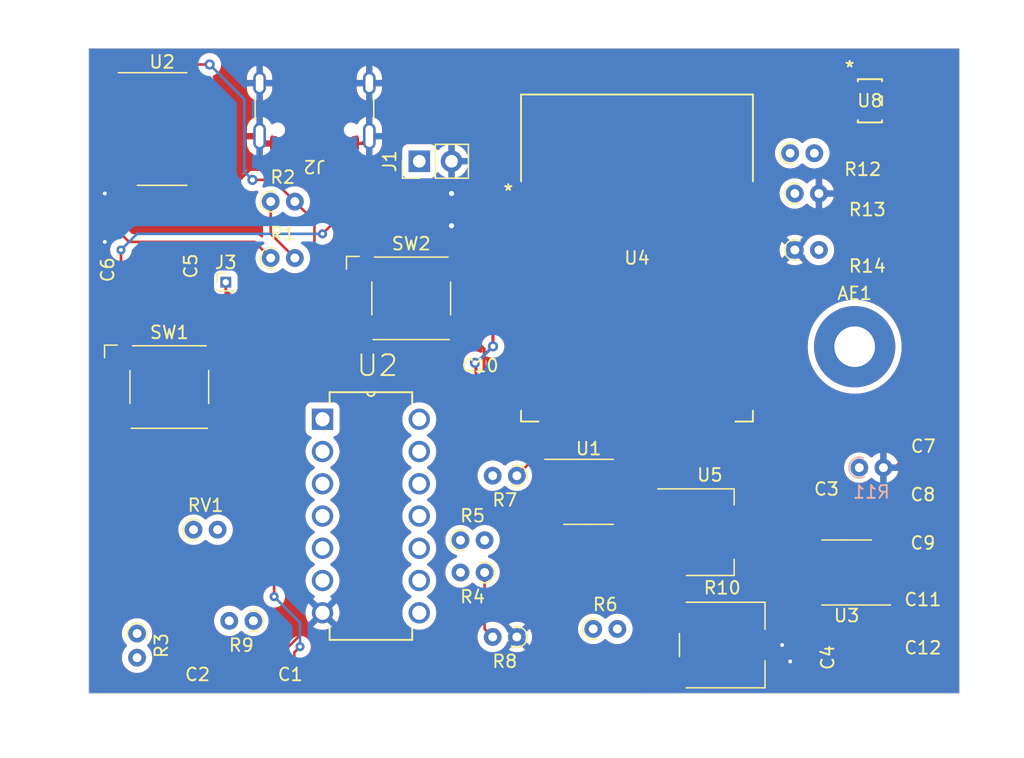
<source format=kicad_pcb>
(kicad_pcb (version 20221018) (generator pcbnew)
  (layers (0 "F.Cu" signal) (31 "B.Cu" signal) (34 "B.Paste" user) (35 "F.Paste" user) (36 "B.SilkS" user "B.Silkscreen") (37 "F.SilkS" user "F.Silkscreen") (38 "B.Mask" user) (39 "F.Mask" user) (44 "Edge.Cuts" user))
  (net 0 "")
  (net 1 "Net-(AE1-A)")
  (net 2 "GND")
  (net 3 "Net-(C2-Pad1)")
  (net 4 "Net-(U3-+)")
  (net 5 "Net-(C3-Pad2)")
  (net 6 "Net-(R1-Pad1)")
  (net 7 "Net-(R1-Pad2)")
  (net 8 "Net-(R3-Pad1)")
  (net 9 "Net-(U8-EN)")
  (net 10 "Net-(U4-3V3)")
  (net 11 "Net-(R6-Pad1)")
  (net 12 "Net-(J2-DN2)")
  (net 14 "Net-(J2-DP2)")
  (net 16 "Net-(U1-+)")
  (net 17 "Net-(R4-Pad2)")
  (net 18 "Net-(U1--)")
  (net 19 "Net-(U8-PG)")
  (net 23 "Net-(U2-Pad1)")
  (net 24 "Net-(U2-Pad5)")
  (net 26 "Net-(U3--)")
  (net 34 "+5V")
  (net 74 "Net-(J3-Pin_1)")
  (net 75 "Net-(U4-EN)")
  (net 76 "+3.3V")
  (net 77 "Net-(U4-GPIO0)")
  (net 78 "Net-(J2-CC1)")
  (net 79 "/D+")
  (net 80 "/D-")
  (net 81 "Net-(J2-CC2)")
  (footprint "Capacitor_SMD:C_0201_0603Metric" (layer "F.Cu") (at 97.79 97.155 -90)
    (fp_text reference "C5" (at 0 -1.05 90) (layer "F.SilkS"))
    (fp_text value "1uF")
    (pad "1" smd roundrect (at -0.32 0 270) (size 0.46 0.4) (layers "F.Cu" "F.Mask") (net 2 "GND"))
    (pad "2" smd roundrect (at 0.32 0 270) (size 0.46 0.4) (layers "F.Cu" "F.Mask") (net 9 "Net-(U8-EN)"))
  )
  (footprint "Capacitor_SMD:C_0201_0603Metric" (layer "F.Cu") (at 156.5 128.27)
    (fp_text reference "C12" (at 0 -1.05) (layer "F.SilkS"))
    (fp_text value "10uF")
    (pad "1" smd roundrect (at -0.32 0) (size 0.46 0.4) (layers "F.Cu" "F.Mask") (net 76 "+3.3V"))
    (pad "2" smd roundrect (at 0.32 0) (size 0.46 0.4) (layers "F.Cu" "F.Mask") (net 2 "GND"))
  )
  (footprint "Capacitor_SMD:C_0201_0603Metric" (layer "F.Cu") (at 156.5 116.205)
    (fp_text reference "C8" (at 0 -1.05) (layer "F.SilkS"))
    (fp_text value "1uF")
    (pad "1" smd roundrect (at -0.32 0) (size 0.46 0.4) (layers "F.Cu" "F.Mask") (net 2 "GND"))
    (pad "2" smd roundrect (at 0.32 0) (size 0.46 0.4) (layers "F.Cu" "F.Mask") (net 76 "+3.3V"))
  )
  (footprint "Resistor_THT:R_Axial_DIN0204_L3.6mm_D1.6mm_P1.90mm_Vertical" (layer "F.Cu") (at 124.525 126.365 180)
    (fp_text reference "R8" (at 0.95 -1.92) (layer "F.SilkS"))
    (fp_text value "10k")
    (pad "1" thru_hole circle (at 0 0 180) (size 1.4 1.4) (drill 0.7) (layers "*.Cu" "*.Mask") (net 2 "GND"))
    (pad "2" thru_hole oval (at 1.9 0 180) (size 1.4 1.4) (drill 0.7) (layers "*.Cu" "*.Mask") (net 16 "Net-(U1-+)"))
  )
  (footprint "Capacitor_SMD:C_0201_0603Metric" (layer "F.Cu") (at 99.375 128.27 180)
    (fp_text reference "C2" (at 0 -1.05) (layer "F.SilkS"))
    (fp_text value "100pF")
    (pad "1" smd roundrect (at -0.32 0 180) (size 0.46 0.4) (layers "F.Cu" "F.Mask") (net 3 "Net-(C2-Pad1)"))
    (pad "2" smd roundrect (at 0.32 0 180) (size 0.46 0.4) (layers "F.Cu" "F.Mask") (net 2 "GND"))
  )
  (footprint "Resistor_THT:R_Axial_DIN0204_L3.6mm_D1.6mm_P1.90mm_Vertical" (layer "F.Cu") (at 120.085 118.745)
    (fp_text reference "R5" (at 0.95 -1.92) (layer "F.SilkS"))
    (fp_text value "10k")
    (pad "1" thru_hole circle (at 0 0) (size 1.4 1.4) (drill 0.7) (layers "*.Cu" "*.Mask") (net 6 "Net-(R1-Pad1)"))
    (pad "2" thru_hole oval (at 1.9 0) (size 1.4 1.4) (drill 0.7) (layers "*.Cu" "*.Mask") (net 18 "Net-(U1--)"))
  )
  (footprint "Capacitor_SMD:C_0201_0603Metric" (layer "F.Cu") (at 148.91 113.665 180)
    (fp_text reference "C3" (at 0 -1.05) (layer "F.SilkS"))
    (fp_text value "4.7uF")
    (pad "1" smd roundrect (at -0.32 0 180) (size 0.46 0.4) (layers "F.Cu" "F.Mask") (net 26 "Net-(U3--)"))
    (pad "2" smd roundrect (at 0.32 0 180) (size 0.46 0.4) (layers "F.Cu" "F.Mask") (net 5 "Net-(C3-Pad2)"))
  )
  (footprint "Connector_PinHeader_1.00mm:PinHeader_1x01_P1.00mm_Vertical" (layer "F.Cu") (at 101.6 98.425)
    (fp_text reference "J3" (at 0 -1.56) (layer "F.SilkS"))
    (fp_text value "Conn_01x01_Pin")
    (pad "1" thru_hole rect (at 0 0) (size 0.85 0.85) (drill 0.5) (layers "*.Cu" "*.Mask") (net 1 "Net-(AE1-A)"))
  )
  (footprint "Capacitor_SMD:C_0201_0603Metric" (layer "F.Cu") (at 106.68 128.27 180)
    (fp_text reference "C1" (at 0 -1.05) (layer "F.SilkS"))
    (fp_text value "100pF")
    (pad "1" smd roundrect (at -0.32 0 180) (size 0.46 0.4) (layers "F.Cu" "F.Mask") (net 1 "Net-(AE1-A)"))
    (pad "2" smd roundrect (at 0.32 0 180) (size 0.46 0.4) (layers "F.Cu" "F.Mask") (net 2 "GND"))
  )
  (footprint "Resistor_THT:R_Axial_DIN0204_L3.6mm_D1.6mm_P1.90mm_Vertical" (layer "F.Cu") (at 130.54 125.73)
    (fp_text reference "R6" (at 0.95 -1.92) (layer "F.SilkS"))
    (fp_text value "6.8k")
    (pad "1" thru_hole circle (at 0 0) (size 1.4 1.4) (drill 0.7) (layers "*.Cu" "*.Mask") (net 11 "Net-(R6-Pad1)"))
    (pad "2" thru_hole oval (at 1.9 0) (size 1.4 1.4) (drill 0.7) (layers "*.Cu" "*.Mask") (net 5 "Net-(C3-Pad2)"))
  )
  (footprint "HEF4093BP_652:DIP254P762X420-14" (layer "F.Cu") (at 116.84 124.46)
    (fp_text reference "U2" (at -3.30462 -19.47193) (layer "F.SilkS") (effects (font (size 1.641307 1.641307))))
    (fp_text value "HEF4093B")
    (pad "1" thru_hole rect (at -7.62 -15.24) (size 1.6764 1.6764) (drill 1.1176) (layers "*.Cu" "*.Mask") (net 23 "Net-(U2-Pad1)"))
    (pad "2" thru_hole circle (at -7.62 -12.7) (size 1.6764 1.6764) (drill 1.1176) (layers "*.Cu" "*.Mask") (net 74 "Net-(J3-Pin_1)"))
    (pad "3" thru_hole circle (at -7.62 -10.16) (size 1.6764 1.6764) (drill 1.1176) (layers "*.Cu" "*.Mask") (net 6 "Net-(R1-Pad1)"))
    (pad "4" thru_hole circle (at -7.62 -7.62) (size 1.6764 1.6764) (drill 1.1176) (layers "*.Cu" "*.Mask") (net 17 "Net-(R4-Pad2)"))
    (pad "5" thru_hole circle (at -7.62 -5.08) (size 1.6764 1.6764) (drill 1.1176) (layers "*.Cu" "*.Mask") (net 24 "Net-(U2-Pad5)"))
    (pad "6" thru_hole circle (at -7.62 -2.54) (size 1.6764 1.6764) (drill 1.1176) (layers "*.Cu" "*.Mask") (net 3 "Net-(C2-Pad1)"))
    (pad "7" thru_hole circle (at -7.62 0) (size 1.6764 1.6764) (drill 1.1176) (layers "*.Cu" "*.Mask") (net 2 "GND"))
    (pad "8" thru_hole circle (at 0 0) (size 1.6764 1.6764) (drill 1.1176) (layers "*.Cu" "*.Mask"))
    (pad "9" thru_hole circle (at 0 -2.54) (size 1.6764 1.6764) (drill 1.1176) (layers "*.Cu" "*.Mask"))
    (pad "10" thru_hole circle (at 0 -5.08) (size 1.6764 1.6764) (drill 1.1176) (layers "*.Cu" "*.Mask"))
    (pad "11" thru_hole circle (at 0 -7.62) (size 1.6764 1.6764) (drill 1.1176) (layers "*.Cu" "*.Mask"))
    (pad "12" thru_hole circle (at 0 -10.16) (size 1.6764 1.6764) (drill 1.1176) (layers "*.Cu" "*.Mask"))
    (pad "13" thru_hole circle (at 0 -12.7) (size 1.6764 1.6764) (drill 1.1176) (layers "*.Cu" "*.Mask"))
    (pad "14" thru_hole circle (at 0 -15.24) (size 1.6764 1.6764) (drill 1.1176) (layers "*.Cu" "*.Mask") (net 34 "+5V"))
  )
  (footprint "Resistor_THT:R_Axial_DIN0204_L3.6mm_D1.6mm_P1.90mm_Vertical" (layer "F.Cu") (at 99.06 117.915)
    (fp_text reference "RV1" (at 0.95 -1.92) (layer "F.SilkS"))
    (fp_text value "10k")
    (pad "1" thru_hole circle (at 0 0) (size 1.4 1.4) (drill 0.7) (layers "*.Cu" "*.Mask") (net 8 "Net-(R3-Pad1)"))
    (pad "2" thru_hole oval (at 1.9 0) (size 1.4 1.4) (drill 0.7) (layers "*.Cu" "*.Mask") (net 17 "Net-(R4-Pad2)"))
  )
  (footprint "MountingHole:MountingHole_3.2mm_M3_Pad" (layer "F.Cu") (at 151.13 103.505)
    (fp_text reference "AE1" (at 0 -4.2) (layer "F.SilkS"))
    (fp_text value "Antenna")
    (pad "1" thru_hole circle (at 0 0) (size 6.4 6.4) (drill 3.2) (layers "*.Cu" "*.Mask") (net 1 "Net-(AE1-A)"))
  )
  (footprint "Resistor_THT:R_Axial_DIN0204_L3.6mm_D1.6mm_P1.90mm_Vertical" (layer "F.Cu") (at 146.415 91.44)
    (fp_text reference "R13" (at 5.71 1.27) (layer "F.SilkS"))
    (fp_text value "5.1 k")
    (pad "1" thru_hole circle (at 0 0) (size 1.4 1.4) (drill 0.7) (layers "*.Cu" "*.Mask") (net 78 "Net-(J2-CC1)"))
    (pad "2" thru_hole oval (at 1.9 0) (size 1.4 1.4) (drill 0.7) (layers "*.Cu" "*.Mask") (net 2 "GND"))
  )
  (footprint "Potentiometer_SMD:Potentiometer_ACP_CA6-VSMD_Vertical" (layer "F.Cu") (at 140.7 127)
    (fp_text reference "R10" (at 0 -4.5) (layer "F.SilkS"))
    (fp_text value "R_Trim")
    (pad "1" smd rect (at -4.325 2.15) (size 2.5 2) (layers "F.Cu" "F.Paste" "F.Mask") (net 5 "Net-(C3-Pad2)"))
    (pad "2" smd rect (at 4.325 0) (size 2.5 2) (layers "F.Cu" "F.Paste" "F.Mask") (net 2 "GND"))
    (pad "3" smd rect (at -4.325 -2.15) (size 2.5 2) (layers "F.Cu" "F.Paste" "F.Mask"))
  )
  (footprint "Connector_PinHeader_2.54mm:PinHeader_1x02_P2.54mm_Vertical" (layer "F.Cu") (at 116.84 88.9 90)
    (fp_text reference "J1" (at 0 -2.33 90) (layer "F.SilkS"))
    (fp_text value "Conn_01x02_Pin")
    (pad "1" thru_hole rect (at 0 0 90) (size 1.7 1.7) (drill 1) (layers "*.Cu" "*.Mask") (net 34 "+5V"))
    (pad "2" thru_hole oval (at 0 2.54 90) (size 1.7 1.7) (drill 1) (layers "*.Cu" "*.Mask") (net 2 "GND"))
  )
  (footprint "Resistor_THT:R_Axial_DIN0204_L3.6mm_D1.6mm_P1.90mm_Vertical" (layer "F.Cu") (at 103.775 125.095 180)
    (fp_text reference "R9" (at 0.95 -1.92) (layer "F.SilkS"))
    (fp_text value "100k")
    (pad "1" thru_hole circle (at 0 0 180) (size 1.4 1.4) (drill 0.7) (layers "*.Cu" "*.Mask") (net 19 "Net-(U8-PG)"))
    (pad "2" thru_hole oval (at 1.9 0 180) (size 1.4 1.4) (drill 0.7) (layers "*.Cu" "*.Mask") (net 10 "Net-(U4-3V3)"))
  )
  (footprint "Capacitor_SMD:C_0201_0603Metric" (layer "F.Cu") (at 156.5 124.475)
    (fp_text reference "C11" (at 0 -1.05) (layer "F.SilkS"))
    (fp_text value "100nF")
    (pad "1" smd roundrect (at -0.32 0) (size 0.46 0.4) (layers "F.Cu" "F.Mask") (net 34 "+5V"))
    (pad "2" smd roundrect (at 0.32 0) (size 0.46 0.4) (layers "F.Cu" "F.Mask") (net 2 "GND"))
  )
  (footprint "Package_SO:SOIC-8_3.9x4.9mm_P1.27mm" (layer "F.Cu") (at 130.175 114.935)
    (fp_text reference "U1" (at 0 -3.4) (layer "F.SilkS"))
    (fp_text value "AD8001AR")
    (pad "1" smd roundrect (at -2.475 -1.905) (size 1.95 0.6) (layers "F.Cu" "F.Paste" "F.Mask"))
    (pad "2" smd roundrect (at -2.475 -0.635) (size 1.95 0.6) (layers "F.Cu" "F.Paste" "F.Mask") (net 18 "Net-(U1--)"))
    (pad "3" smd roundrect (at -2.475 0.635) (size 1.95 0.6) (layers "F.Cu" "F.Paste" "F.Mask") (net 16 "Net-(U1-+)"))
    (pad "4" smd roundrect (at -2.475 1.905) (size 1.95 0.6) (layers "F.Cu" "F.Paste" "F.Mask") (net 2 "GND"))
    (pad "5" smd roundrect (at 2.475 1.905) (size 1.95 0.6) (layers "F.Cu" "F.Paste" "F.Mask"))
    (pad "6" smd roundrect (at 2.475 0.635) (size 1.95 0.6) (layers "F.Cu" "F.Paste" "F.Mask") (net 11 "Net-(R6-Pad1)"))
    (pad "7" smd roundrect (at 2.475 -0.635) (size 1.95 0.6) (layers "F.Cu" "F.Paste" "F.Mask") (net 34 "+5V"))
    (pad "8" smd roundrect (at 2.475 -1.905) (size 1.95 0.6) (layers "F.Cu" "F.Paste" "F.Mask"))
  )
  (footprint "Resistor_THT:R_Axial_DIN0204_L3.6mm_D1.6mm_P1.90mm_Vertical" (layer "F.Cu") (at 121.985 121.285 180)
    (fp_text reference "R4" (at 0.95 -1.92) (layer "F.SilkS"))
    (fp_text value "10k")
    (pad "1" thru_hole circle (at 0 0 180) (size 1.4 1.4) (drill 0.7) (layers "*.Cu" "*.Mask") (net 16 "Net-(U1-+)"))
    (pad "2" thru_hole oval (at 1.9 0 180) (size 1.4 1.4) (drill 0.7) (layers "*.Cu" "*.Mask") (net 17 "Net-(R4-Pad2)"))
  )
  (footprint "Button_Switch_SMD:SW_SPST_Omron_B3FS-100xP" (layer "F.Cu") (at 116.205 99.695)
    (fp_text reference "SW2" (at 0 -4.3) (layer "F.SilkS"))
    (fp_text value "Boot")
    (pad "1" smd rect (at -4 -2.25 180) (size 1.6 1.4) (layers "F.Cu" "F.Paste" "F.Mask") (net 77 "Net-(U4-GPIO0)"))
    (pad "1" smd rect (at 4 -2.25 180) (size 1.6 1.4) (layers "F.Cu" "F.Paste" "F.Mask") (net 77 "Net-(U4-GPIO0)"))
    (pad "2" smd rect (at -4 2.25 180) (size 1.6 1.4) (layers "F.Cu" "F.Paste" "F.Mask") (net 2 "GND"))
    (pad "2" smd rect (at 4 2.25 180) (size 1.6 1.4) (layers "F.Cu" "F.Paste" "F.Mask") (net 2 "GND"))
  )
  (footprint "Resistor_THT:R_Axial_DIN0204_L3.6mm_D1.6mm_P1.90mm_Vertical" (layer "F.Cu") (at 94.615 126.095 -90)
    (fp_text reference "R3" (at 0.95 -1.92 90) (layer "F.SilkS"))
    (fp_text value "10k")
    (pad "1" thru_hole circle (at 0 0 270) (size 1.4 1.4) (drill 0.7) (layers "*.Cu" "*.Mask") (net 8 "Net-(R3-Pad1)"))
    (pad "2" thru_hole oval (at 1.9 0 270) (size 1.4 1.4) (drill 0.7) (layers "*.Cu" "*.Mask") (net 3 "Net-(C2-Pad1)"))
  )
  (footprint "Connector_USB:USB_C_Receptacle_GCT_USB4105-xx-A_16P_TopMnt_Horizontal" (layer "F.Cu") (at 108.585 83.82 180)
    (fp_text reference "J2" (at 0 -5.5 180 unlocked) (layer "F.SilkS"))
    (fp_text value "USB_C_Receptacle_USB2.0")
    (pad "" np_thru_hole circle (at -2.89 -2.605 180) (size 0.65 0.65) (drill 0.65) (layers "F&B.Cu" "*.Mask"))
    (pad "" np_thru_hole circle (at 2.89 -2.605 180) (size 0.65 0.65) (drill 0.65) (layers "F&B.Cu" "*.Mask"))
    (pad "A1" smd roundrect (at -3.2 -3.68 180) (size 0.6 1.15) (layers "F.Cu" "F.Paste" "F.Mask") (net 2 "GND"))
    (pad "A4" smd roundrect (at -2.4 -3.68 180) (size 0.6 1.15) (layers "F.Cu" "F.Paste" "F.Mask") (net 34 "+5V"))
    (pad "A5" smd roundrect (at -1.25 -3.68 180) (size 0.3 1.15) (layers "F.Cu" "F.Paste" "F.Mask") (net 78 "Net-(J2-CC1)"))
    (pad "A6" smd roundrect (at -0.25 -3.68 180) (size 0.3 1.15) (layers "F.Cu" "F.Paste" "F.Mask") (net 79 "/D+"))
    (pad "A7" smd roundrect (at 0.25 -3.68 180) (size 0.3 1.15) (layers "F.Cu" "F.Paste" "F.Mask") (net 80 "/D-"))
    (pad "A8" smd roundrect (at 1.25 -3.68 180) (size 0.3 1.15) (layers "F.Cu" "F.Paste" "F.Mask"))
    (pad "A9" smd roundrect (at 2.4 -3.68 180) (size 0.6 1.15) (layers "F.Cu" "F.Paste" "F.Mask") (net 34 "+5V"))
    (pad "A12" smd roundrect (at 3.2 -3.68 180) (size 0.6 1.15) (layers "F.Cu" "F.Paste" "F.Mask") (net 2 "GND"))
    (pad "B1" smd roundrect (at 3.2 -3.68 180) (size 0.6 1.15) (layers "F.Cu" "F.Paste" "F.Mask") (net 2 "GND"))
    (pad "B4" smd roundrect (at 2.4 -3.68 180) (size 0.6 1.15) (layers "F.Cu" "F.Paste" "F.Mask") (net 34 "+5V"))
    (pad "B5" smd roundrect (at 1.75 -3.68 180) (size 0.3 1.15) (layers "F.Cu" "F.Paste" "F.Mask") (net 81 "Net-(J2-CC2)"))
    (pad "B6" smd roundrect (at 0.75 -3.68 180) (size 0.3 1.15) (layers "F.Cu" "F.Paste" "F.Mask") (net 79 "/D+"))
    (pad "B7" smd roundrect (at -0.75 -3.68 180) (size 0.3 1.15) (layers "F.Cu" "F.Paste" "F.Mask") (net 80 "/D-"))
    (pad "B8" smd roundrect (at -1.75 -3.68 180) (size 0.3 1.15) (layers "F.Cu" "F.Paste" "F.Mask"))
    (pad "B9" smd roundrect (at -2.4 -3.68 180) (size 0.6 1.15) (layers "F.Cu" "F.Paste" "F.Mask") (net 34 "+5V"))
    (pad "B12" smd roundrect (at -3.2 -3.68 180) (size 0.6 1.15) (layers "F.Cu" "F.Paste" "F.Mask") (net 2 "GND"))
    (pad "S1" thru_hole oval (at -4.32 -3.105 180) (size 1 2.1) (drill oval 0.6 1.7) (layers "*.Cu" "*.Mask" "F.Paste") (net 2 "GND"))
    (pad "S1" thru_hole oval (at -4.32 1.075 180) (size 1 1.8) (drill oval 0.6 1.4) (layers "*.Cu" "*.Mask" "F.Paste") (net 2 "GND"))
    (pad "S1" thru_hole oval (at 4.32 -3.105 180) (size 1 2.1) (drill oval 0.6 1.7) (layers "*.Cu" "*.Mask" "F.Paste") (net 2 "GND"))
    (pad "S1" thru_hole oval (at 4.32 1.075 180) (size 1 1.8) (drill oval 0.6 1.4) (layers "*.Cu" "*.Mask" "F.Paste") (net 2 "GND"))
  )
  (footprint "Capacitor_SMD:C_0201_0603Metric" (layer "F.Cu") (at 156.53 112.395)
    (fp_text reference "C7" (at 0 -1.05) (layer "F.SilkS"))
    (fp_text value ".1uF")
    (pad "1" smd roundrect (at -0.32 0) (size 0.46 0.4) (layers "F.Cu" "F.Mask") (net 2 "GND"))
    (pad "2" smd roundrect (at 0.32 0) (size 0.46 0.4) (layers "F.Cu" "F.Mask") (net 75 "Net-(U4-EN)"))
  )
  (footprint "Capacitor_SMD:C_0201_0603Metric" (layer "F.Cu") (at 156.5 120.015)
    (fp_text reference "C9" (at 0 -1.05) (layer "F.SilkS"))
    (fp_text value ".1uF")
    (pad "1" smd roundrect (at -0.32 0) (size 0.46 0.4) (layers "F.Cu" "F.Mask") (net 2 "GND"))
    (pad "2" smd roundrect (at 0.32 0) (size 0.46 0.4) (layers "F.Cu" "F.Mask") (net 76 "+3.3V"))
  )
  (footprint "Package_SO:SOIC-8_3.9x4.9mm_P1.27mm" (layer "F.Cu") (at 150.495 121.285 180)
    (fp_text reference "U3" (at 0 -3.4) (layer "F.SilkS"))
    (fp_text value "AD8001AR")
    (pad "1" smd roundrect (at -2.475 -1.905 180) (size 1.95 0.6) (layers "F.Cu" "F.Paste" "F.Mask"))
    (pad "2" smd roundrect (at -2.475 -0.635 180) (size 1.95 0.6) (layers "F.Cu" "F.Paste" "F.Mask") (net 26 "Net-(U3--)"))
    (pad "3" smd roundrect (at -2.475 0.635 180) (size 1.95 0.6) (layers "F.Cu" "F.Paste" "F.Mask") (net 4 "Net-(U3-+)"))
    (pad "4" smd roundrect (at -2.475 1.905 180) (size 1.95 0.6) (layers "F.Cu" "F.Paste" "F.Mask") (net 2 "GND"))
    (pad "5" smd roundrect (at 2.475 1.905 180) (size 1.95 0.6) (layers "F.Cu" "F.Paste" "F.Mask"))
    (pad "6" smd roundrect (at 2.475 0.635 180) (size 1.95 0.6) (layers "F.Cu" "F.Paste" "F.Mask") (net 4 "Net-(U3-+)"))
    (pad "7" smd roundrect (at 2.475 -0.635 180) (size 1.95 0.6) (layers "F.Cu" "F.Paste" "F.Mask") (net 34 "+5V"))
    (pad "8" smd roundrect (at 2.475 -1.905 180) (size 1.95 0.6) (layers "F.Cu" "F.Paste" "F.Mask"))
  )
  (footprint "Resistor_THT:R_Axial_DIN0204_L3.6mm_D1.6mm_P1.90mm_Vertical" (layer "F.Cu") (at 105.14 92.075)
    (fp_text reference "R2" (at 0.95 -1.92) (layer "F.SilkS"))
    (fp_text value "5.1k")
    (pad "1" thru_hole circle (at 0 0) (size 1.4 1.4) (drill 0.7) (layers "*.Cu" "*.Mask") (net 7 "Net-(R1-Pad2)"))
    (pad "2" thru_hole oval (at 1.9 0) (size 1.4 1.4) (drill 0.7) (layers "*.Cu" "*.Mask") (net 1 "Net-(AE1-A)"))
  )
  (footprint "Capacitor_SMD:C_0201_0603Metric" (layer "F.Cu") (at 93.345 97.445 90)
    (fp_text reference "C6" (at 0 -1.05 90) (layer "F.SilkS"))
    (fp_text value "1uF")
    (pad "1" smd roundrect (at -0.32 0 90) (size 0.46 0.4) (layers "F.Cu" "F.Mask") (net 2 "GND"))
    (pad "2" smd roundrect (at 0.32 0 90) (size 0.46 0.4) (layers "F.Cu" "F.Mask") (net 10 "Net-(U4-3V3)"))
  )
  (footprint "Resistor_THT:R_Axial_DIN0204_L3.6mm_D1.6mm_P1.90mm_Vertical" (layer "F.Cu") (at 105.14 96.52)
    (fp_text reference "R1" (at 0.95 -1.92) (layer "F.SilkS"))
    (fp_text value "10k")
    (pad "1" thru_hole circle (at 0 0) (size 1.4 1.4) (drill 0.7) (layers "*.Cu" "*.Mask") (net 6 "Net-(R1-Pad1)"))
    (pad "2" thru_hole oval (at 1.9 0) (size 1.4 1.4) (drill 0.7) (layers "*.Cu" "*.Mask") (net 7 "Net-(R1-Pad2)"))
  )
  (footprint "Button_Switch_SMD:SW_SPST_Omron_B3FS-100xP" (layer "F.Cu") (at 97.155 106.68)
    (fp_text reference "SW1" (at 0 -4.3) (layer "F.SilkS"))
    (fp_text value "Reset")
    (pad "1" smd rect (at -4 -2.25 180) (size 1.6 1.4) (layers "F.Cu" "F.Paste" "F.Mask") (net 2 "GND"))
    (pad "1" smd rect (at 4 -2.25 180) (size 1.6 1.4) (layers "F.Cu" "F.Paste" "F.Mask") (net 2 "GND"))
    (pad "2" smd rect (at -4 2.25 180) (size 1.6 1.4) (layers "F.Cu" "F.Paste" "F.Mask") (net 75 "Net-(U4-EN)"))
    (pad "2" smd rect (at 4 2.25 180) (size 1.6 1.4) (layers "F.Cu" "F.Paste" "F.Mask") (net 75 "Net-(U4-EN)"))
  )
  (footprint "Package_SO:SOIC-14_3.9x8.7mm_P1.27mm" (layer "F.Cu") (at 96.585 86.36)
    (fp_text reference "U2" (at 0 -5.28) (layer "F.SilkS"))
    (fp_text value "HEF4093B")
    (pad "1" smd roundrect (at -2.475 -3.81) (size 1.95 0.6) (layers "F.Cu" "F.Paste" "F.Mask") (net 34 "+5V"))
    (pad "2" smd roundrect (at -2.475 -2.54) (size 1.95 0.6) (layers "F.Cu" "F.Paste" "F.Mask") (net 1 "Net-(AE1-A)"))
    (pad "3" smd roundrect (at -2.475 -1.27) (size 1.95 0.6) (layers "F.Cu" "F.Paste" "F.Mask") (net 6 "Net-(R1-Pad1)"))
    (pad "4" smd roundrect (at -2.475 0) (size 1.95 0.6) (layers "F.Cu" "F.Paste" "F.Mask") (net 17 "Net-(R4-Pad2)"))
    (pad "5" smd roundrect (at -2.475 1.27) (size 1.95 0.6) (layers "F.Cu" "F.Paste" "F.Mask") (net 34 "+5V"))
    (pad "6" smd roundrect (at -2.475 2.54) (size 1.95 0.6) (layers "F.Cu" "F.Paste" "F.Mask") (net 3 "Net-(C2-Pad1)"))
    (pad "7" smd roundrect (at -2.475 3.81) (size 1.95 0.6) (layers "F.Cu" "F.Paste" "F.Mask") (net 2 "GND"))
    (pad "8" smd roundrect (at 2.475 3.81) (size 1.95 0.6) (layers "F.Cu" "F.Paste" "F.Mask"))
    (pad "9" smd roundrect (at 2.475 2.54) (size 1.95 0.6) (layers "F.Cu" "F.Paste" "F.Mask"))
    (pad "10" smd roundrect (at 2.475 1.27) (size 1.95 0.6) (layers "F.Cu" "F.Paste" "F.Mask"))
    (pad "11" smd roundrect (at 2.475 0) (size 1.95 0.6) (layers "F.Cu" "F.Paste" "F.Mask"))
    (pad "12" smd roundrect (at 2.475 -1.27) (size 1.95 0.6) (layers "F.Cu" "F.Paste" "F.Mask"))
    (pad "13" smd roundrect (at 2.475 -2.54) (size 1.95 0.6) (layers "F.Cu" "F.Paste" "F.Mask"))
    (pad "14" smd roundrect (at 2.475 -3.81) (size 1.95 0.6) (layers "F.Cu" "F.Paste" "F.Mask") (net 34 "+5V"))
  )
  (footprint "Resistor_THT:R_Axial_DIN0204_L3.6mm_D1.6mm_P1.90mm_Vertical" (layer "F.Cu") (at 146.05 88.265)
    (fp_text reference "R12" (at 5.71 1.27) (layer "F.SilkS"))
    (fp_text value "10k")
    (pad "1" thru_hole circle (at 0 0) (size 1.4 1.4) (drill 0.7) (layers "*.Cu" "*.Mask") (net 76 "+3.3V"))
    (pad "2" thru_hole oval (at 1.9 0) (size 1.4 1.4) (drill 0.7) (layers "*.Cu" "*.Mask") (net 75 "Net-(U4-EN)"))
  )
  (footprint "Resistor_THT:R_Axial_DIN0204_L3.6mm_D1.6mm_P1.90mm_Vertical" (layer "F.Cu") (at 124.525 113.665 180)
    (fp_text reference "R7" (at 0.95 -1.92) (layer "F.SilkS"))
    (fp_text value "10k")
    (pad "1" thru_hole circle (at 0 0 180) (size 1.4 1.4) (drill 0.7) (layers "*.Cu" "*.Mask") (net 11 "Net-(R6-Pad1)"))
    (pad "2" thru_hole oval (at 1.9 0 180) (size 1.4 1.4) (drill 0.7) (layers "*.Cu" "*.Mask") (net 18 "Net-(U1--)"))
  )
  (footprint "esp32:MOD41_ESP32-S2-SOLO_EXP" (layer "F.Cu") (at 133.985 96.52)
    (fp_text reference "U4" (at 0 0 unlocked) (layer "F.SilkS"))
    (fp_text value "ESP32-S2-SOLO-N4R2")
    (fp_text user "*" (at -10.1343 -5.26) (layer "F.SilkS"))
    (fp_text user "*" (at -10.1343 -5.26 unlocked) (layer "F.SilkS"))
    (pad "1" smd rect (at -8.75 -5.26) (size 1.4986 0.889) (layers "F.Cu" "F.Paste" "F.Mask") (net 2 "GND"))
    (pad "2" smd rect (at -8.75 -3.99) (size 1.4986 0.889) (layers "F.Cu" "F.Paste" "F.Mask") (net 10 "Net-(U4-3V3)"))
    (pad "3" smd rect (at -8.75 -2.72) (size 1.4986 0.889) (layers "F.Cu" "F.Paste" "F.Mask"))
    (pad "4" smd rect (at -8.75 -1.45) (size 1.4986 0.889) (layers "F.Cu" "F.Paste" "F.Mask"))
    (pad "5" smd rect (at -8.75 -0.18) (size 1.4986 0.889) (layers "F.Cu" "F.Paste" "F.Mask") (net 26 "Net-(U3--)"))
    (pad "6" smd rect (at -8.75 1.09) (size 1.4986 0.889) (layers "F.Cu" "F.Paste" "F.Mask"))
    (pad "7" smd rect (at -8.75 2.36) (size 1.4986 0.889) (layers "F.Cu" "F.Paste" "F.Mask"))
    (pad "8" smd rect (at -8.75 3.63) (size 1.4986 0.889) (layers "F.Cu" "F.Paste" "F.Mask"))
    (pad "9" smd rect (at -8.75 4.9) (size 1.4986 0.889) (layers "F.Cu" "F.Paste" "F.Mask"))
    (pad "10" smd rect (at -8.75 6.17) (size 1.4986 0.889) (layers "F.Cu" "F.Paste" "F.Mask"))
    (pad "11" smd rect (at -8.75 7.44) (size 1.4986 0.889) (layers "F.Cu" "F.Paste" "F.Mask"))
    (pad "12" smd rect (at -8.75 8.71) (size 1.4986 0.889) (layers "F.Cu" "F.Paste" "F.Mask"))
    (pad "13" smd rect (at -8.75 9.98) (size 1.4986 0.889) (layers "F.Cu" "F.Paste" "F.Mask") (net 12 "Net-(J2-DN2)"))
    (pad "14" smd rect (at -8.75 11.25) (size 1.4986 0.889) (layers "F.Cu" "F.Paste" "F.Mask") (net 14 "Net-(J2-DP2)"))
    (pad "15" smd rect (at -6.985 12.5 90) (size 1.4986 0.889) (layers "F.Cu" "F.Paste" "F.Mask"))
    (pad "16" smd rect (at -5.715 12.5 90) (size 1.4986 0.889) (layers "F.Cu" "F.Paste" "F.Mask"))
    (pad "17" smd rect (at -4.445 12.5 90) (size 1.4986 0.889) (layers "F.Cu" "F.Paste" "F.Mask"))
    (pad "18" smd rect (at -3.175 12.5 90) (size 1.4986 0.889) (layers "F.Cu" "F.Paste" "F.Mask"))
    (pad "19" smd rect (at -1.905 12.5 90) (size 1.4986 0.889) (layers "F.Cu" "F.Paste" "F.Mask"))
    (pad "20" smd rect (at -0.635 12.5 90) (size 1.4986 0.889) (layers "F.Cu" "F.Paste" "F.Mask"))
    (pad "21" smd rect (at 0.635 12.5 90) (size 1.4986 0.889) (layers "F.Cu" "F.Paste" "F.Mask"))
    (pad "22" smd rect (at 1.905 12.5 90) (size 1.4986 0.889) (layers "F.Cu" "F.Paste" "F.Mask"))
    (pad "23" smd rect (at 3.175 12.5 90) (size 1.4986 0.889) (layers "F.Cu" "F.Paste" "F.Mask"))
    (pad "24" smd rect (at 4.445 12.5 90) (size 1.4986 0.889) (layers "F.Cu" "F.Paste" "F.Mask"))
    (pad "25" smd rect (at 5.715 12.5 90) (size 1.4986 0.889) (layers "F.Cu" "F.Paste" "F.Mask"))
    (pad "26" smd rect (at 6.985 12.5 90) (size 1.4986 0.889) (layers "F.Cu" "F.Paste" "F.Mask"))
    (pad "27" smd rect (at 8.75 11.25) (size 1.4986 0.889) (layers "F.Cu" "F.Paste" "F.Mask"))
    (pad "28" smd rect (at 8.75 9.98) (size 1.4986 0.889) (layers "F.Cu" "F.Paste" "F.Mask"))
    (pad "29" smd rect (at 8.75 8.71) (size 1.4986 0.889) (layers "F.Cu" "F.Paste" "F.Mask"))
    (pad "30" smd rect (at 8.75 7.44) (size 1.4986 0.889) (layers "F.Cu" "F.Paste" "F.Mask"))
    (pad "31" smd rect (at 8.75 6.17) (size 1.4986 0.889) (layers "F.Cu" "F.Paste" "F.Mask"))
    (pad "32" smd rect (at 8.75 4.9) (size 1.4986 0.889) (layers "F.Cu" "F.Paste" "F.Mask"))
    (pad "33" smd rect (at 8.75 3.63) (size 1.4986 0.889) (layers "F.Cu" "F.Paste" "F.Mask"))
    (pad "34" smd rect (at 8.75 2.36) (size 1.4986 0.889) (layers "F.Cu" "F.Paste" "F.Mask"))
    (pad "35" smd rect (at 8.75 1.09) (size 1.4986 0.889) (layers "F.Cu" "F.Paste" "F.Mask"))
    (pad "36" smd rect (at 8.75 -0.18) (size 1.4986 0.889) (layers "F.Cu" "F.Paste" "F.Mask"))
    (pad "37" smd rect (at 8.75 -1.45) (size 1.4986 0.889) (layers "F.Cu" "F.Paste" "F.Mask"))
    (pad "38" smd rect (at 8.75 -2.72) (size 1.4986 0.889) (layers "F.Cu" "F.Paste" "F.Mask"))
    (pad "39" smd rect (at 8.75 -3.99) (size 1.4986 0.889) (layers "F.Cu" "F.Paste" "F.Mask"))
    (pad "40" smd rect (at 8.75 -5.26) (size 1.4986 0.889) (layers "F.Cu" "F.Paste" "F.Mask"))
    (pad "41" smd rect (at -1.5 2.46) (size 0.889 0.889) (layers "F.Cu" "F.Paste" "F.Mask"))
    (pad "42" smd rect (at -2.9 1.06) (size 0.889 0.889) (layers "F.Cu" "F.Paste" "F.Mask"))
    (pad "43" smd rect (at -2.9 2.46) (size 0.889 0.889) (layers "F.Cu" "F.Paste" "F.Mask"))
    (pad "44" smd rect (at -2.9 3.86) (size 0.889 0.889) (layers "F.Cu" "F.Paste" "F.Mask"))
    (pad "45" smd rect (at -1.5 3.86) (size 0.889 0.889) (layers "F.Cu" "F.Paste" "F.Mask"))
    (pad "46" smd rect (at -0.1 3.86) (size 0.889 0.889) (layers "F.Cu" "F.Paste" "F.Mask"))
    (pad "47" smd rect (at -0.1 2.46) (size 0.889 0.889) (layers "F.Cu" "F.Paste" "F.Mask"))
    (pad "48" smd rect (at -0.1 1.06) (size 0.889 0.889) (layers "F.Cu" "F.Paste" "F.Mask"))
    (pad "49" smd rect (at -1.5 1.06) (size 0.889 0.889) (layers "F.Cu" "F.Paste" "F.Mask"))
  )
  (footprint "Capacitor_SMD:C_0201_0603Metric" (layer "F.Cu") (at 121.63 106.045)
    (fp_text reference "C10" (at 0 -1.05) (layer "F.SilkS"))
    (fp_text value ".1uF")
    (pad "1" smd roundrect (at -0.32 0) (size 0.46 0.4) (layers "F.Cu" "F.Mask") (net 77 "Net-(U4-GPIO0)"))
    (pad "2" smd roundrect (at 0.32 0) (size 0.46 0.4) (layers "F.Cu" "F.Mask") (net 2 "GND"))
  )
  (footprint "Capacitor_SMD:C_0201_0603Metric" (layer "F.Cu") (at 147.955 127.98 -90)
    (fp_text reference "C4" (at 0 -1.05 90) (layer "F.SilkS"))
    (fp_text value "C")
    (pad "1" smd roundrect (at -0.32 0 270) (size 0.46 0.4) (layers "F.Cu" "F.Mask") (net 5 "Net-(C3-Pad2)"))
    (pad "2" smd roundrect (at 0.32 0 270) (size 0.46 0.4) (layers "F.Cu" "F.Mask") (net 2 "GND"))
  )
  (footprint "NCP:FP-NCP164CSN330T1G_OSI" (layer "F.Cu") (at 152.33015 84.1375)
    (fp_text reference "U8" (at 0 0 unlocked) (layer "F.SilkS"))
    (fp_text value "NCP164CSN330T1G")
    (fp_text user "*" (at -1.59385 -2.5908 unlocked) (layer "F.SilkS"))
    (fp_text user "*" (at -1.59385 -2.5908) (layer "F.SilkS"))
    (pad "1" smd rect (at -1.33985 -0.9398) (size 1.0287 0.508) (layers "F.Cu" "F.Paste" "F.Mask") (net 9 "Net-(U8-EN)"))
    (pad "2" smd rect (at -1.33985 0) (size 1.0287 0.508) (layers "F.Cu" "F.Paste" "F.Mask") (net 2 "GND"))
    (pad "3" smd rect (at -1.33985 0.9398) (size 1.0287 0.508) (layers "F.Cu" "F.Paste" "F.Mask") (net 9 "Net-(U8-EN)"))
    (pad "4" smd rect (at 1.33985 0.9525) (size 1.0287 0.508) (layers "F.Cu" "F.Paste" "F.Mask") (net 19 "Net-(U8-PG)"))
    (pad "5" smd rect (at 1.33985 -0.9525) (size 1.0287 0.508) (layers "F.Cu" "F.Paste" "F.Mask") (net 10 "Net-(U4-3V3)"))
  )
  (footprint "Resistor_THT:R_Axial_DIN0204_L3.6mm_D1.6mm_P1.90mm_Vertical" (layer "F.Cu") (at 146.415 95.885)
    (fp_text reference "R14" (at 5.71 1.27) (layer "F.SilkS"))
    (fp_text value "5.1 k")
    (pad "1" thru_hole circle (at 0 0) (size 1.4 1.4) (drill 0.7) (layers "*.Cu" "*.Mask") (net 2 "GND"))
    (pad "2" thru_hole oval (at 1.9 0) (size 1.4 1.4) (drill 0.7) (layers "*.Cu" "*.Mask") (net 81 "Net-(J2-CC2)"))
  )
  (footprint "Package_TO_SOT_SMD:SOT-223-3_TabPin2" (layer "F.Cu") (at 139.725 118.11)
    (fp_text reference "U5" (at 0 -4.5) (layer "F.SilkS"))
    (fp_text value "LD1117S33TR_SOT223")
    (pad "1" smd rect (at -3.15 -2.3) (size 2 1.5) (layers "F.Cu" "F.Paste" "F.Mask") (net 2 "GND"))
    (pad "2" smd rect (at -3.15 0) (size 2 1.5) (layers "F.Cu" "F.Paste" "F.Mask") (net 76 "+3.3V"))
    (pad "2" smd rect (at 3.15 0) (size 2 3.8) (layers "F.Cu" "F.Paste" "F.Mask") (net 76 "+3.3V"))
    (pad "3" smd rect (at -3.15 2.3) (size 2 1.5) (layers "F.Cu" "F.Paste" "F.Mask") (net 34 "+5V"))
  )
  (footprint "Resistor_THT:R_Axial_DIN0204_L3.6mm_D1.6mm_P1.90mm_Vertical" (layer "B.Cu") (at 151.495 113.03)
    (fp_text reference "R11" (at 0.95 1.92 -360) (layer "B.SilkS") (effects (justify mirror)))
    (fp_text value "RM2012A-502_104-PBVW10")
    (pad "1" thru_hole circle (at 0 0) (size 1.4 1.4) (drill 0.7) (layers "*.Cu" "*.Mask") (net 34 "+5V"))
    (pad "2" thru_hole oval (at 1.9 0) (size 1.4 1.4) (drill 0.7) (layers "*.Cu" "*.Mask") (net 2 "GND"))
  )
  (gr_line (start 91.44 130.81) (end 159.385 130.81) (stroke (width 0.05)) (layer "Edge.Cuts"))
  (gr_line (start 90.805 80.01) (end 90.805 102.235) (stroke (width 0.05)) (layer "Edge.Cuts"))
  (gr_line (start 90.805 102.235) (end 90.805 127) (stroke (width 0.05)) (layer "Edge.Cuts"))
  (gr_line (start 159.385 130.81) (end 159.385 80.01) (stroke (width 0.05)) (layer "Edge.Cuts"))
  (gr_line (start 90.805 127) (end 90.805 130.81) (stroke (width 0.05)) (layer "Edge.Cuts"))
  (gr_line (start 159.385 80.01) (end 90.805 80.01) (stroke (width 0.05)) (layer "Edge.Cuts"))
  (gr_line (start 91.44 130.81) (end 90.805 130.81) (stroke (width 0.05)) (layer "Edge.Cuts"))
  (segment (start 92.075 83.185) (end 92.71 83.82) (width 0.2032) (layer "F.Cu") (net 1))
  (segment (start 100.33 81.28) (end 92.71 81.28) (width 0.2032) (layer "F.Cu") (net 1))
  (segment (start 107 128.27) (end 107 127.57732) (width 0.2032) (layer "F.Cu") (net 1))
  (segment (start 103.699799 90.364799) (end 105.329799 90.364799) (width 0.2032) (layer "F.Cu") (net 1))
  (segment (start 92.71 83.82) (end 94.11 83.82) (width 0.2032) (layer "F.Cu") (net 1))
  (segment (start 101.6 99.06) (end 101.6 98.425) (width 0.2032) (layer "F.Cu") (net 1))
  (segment (start 102.235 99.695) (end 101.6 99.06) (width 0.2032) (layer "F.Cu") (net 1))
  (segment (start 107.04 92.075) (end 108.585 93.62) (width 0.2032) (layer "F.Cu") (net 1))
  (segment (start 92.075 81.915) (end 92.075 83.185) (width 0.2032) (layer "F.Cu") (net 1))
  (segment (start 105.41 104.14) (end 101.6 100.33) (width 0.2032) (layer "F.Cu") (net 1))
  (segment (start 92.71 81.28) (end 92.075 81.915) (width 0.2032) (layer "F.Cu") (net 1))
  (segment (start 105.41 123.19) (end 105.41 104.14) (width 0.2032) (layer "F.Cu") (net 1))
  (segment (start 105.329799 90.364799) (end 107.04 92.075) (width 0.2032) (layer "F.Cu") (net 1))
  (segment (start 107 127.57732) (end 107.44616 127.13116) (width 0.2032) (layer "F.Cu") (net 1))
  (segment (start 106.68 99.695) (end 102.235 99.695) (width 0.2032) (layer "F.Cu") (net 1))
  (segment (start 101.6 100.33) (end 101.6 98.425) (width 0.2032) (layer "F.Cu") (net 1))
  (segment (start 108.585 93.62) (end 108.585 97.79) (width 0.2032) (layer "F.Cu") (net 1))
  (segment (start 108.585 97.79) (end 106.68 99.695) (width 0.2032) (layer "F.Cu") (net 1))
  (via (at 105.41 123.19) (size 0.7112) (drill 0.3048) (layers "F.Cu" "B.Cu") (net 1))
  (via (at 107.44616 127.13116) (size 0.7112) (drill 0.3048) (layers "F.Cu" "B.Cu") (net 1))
  (via (at 103.699799 90.364799) (size 0.8) (drill 0.4) (layers "F.Cu" "B.Cu") (net 1))
  (via (at 100.33 81.28) (size 0.8) (drill 0.4) (layers "F.Cu" "B.Cu") (net 1))
  (segment (start 107.44616 127.13116) (end 107.44616 125.22616) (width 0.2032) (layer "B.Cu") (net 1))
  (segment (start 103.699799 90.364799) (end 103.064799 89.729799) (width 0.2032) (layer "B.Cu") (net 1))
  (segment (start 107.44616 125.22616) (end 105.41 123.19) (width 0.2032) (layer "B.Cu") (net 1))
  (segment (start 103.064799 89.729799) (end 103.064799 84.014799) (width 0.2032) (layer "B.Cu") (net 1))
  (segment (start 103.064799 84.014799) (end 100.33 81.28) (width 0.2032) (layer "B.Cu") (net 1))
  (segment (start 154.305 117.475) (end 156.18 119.35) (width 0.25) (layer "F.Cu") (net 2))
  (segment (start 147.955 128.3) (end 147.955 129.54) (width 0.2032) (layer "F.Cu") (net 2))
  (segment (start 100.965 92.075) (end 103.505 89.535) (width 0.25) (layer "F.Cu") (net 2))
  (segment (start 97.79 129.54) (end 98.425 130.175) (width 0.2032) (layer "F.Cu") (net 2))
  (segment (start 99.055 128.27) (end 98.425 128.27) (width 0.2032) (layer "F.Cu") (net 2))
  (segment (start 121.95 106.045) (end 121.95 103.69) (width 0.25) (layer "F.Cu") (net 2))
  (segment (start 121.95 106.045) (end 122.555 106.045) (width 0.25) (layer "F.Cu") (net 2))
  (segment (start 137.16 113.03) (end 136.575 113.615) (width 0.2032) (layer "F.Cu") (net 2))
  (segment (start 106.36 127.32) (end 109.22 124.46) (width 0.2032) (layer "F.Cu") (net 2))
  (segment (start 156.18 120.015) (end 154.94 120.015) (width 0.25) (layer "F.Cu") (net 2))
  (segment (start 92.075 91.44) (end 92.84 91.44) (width 0.2032) (layer "F.Cu") (net 2))
  (segment (start 124.525 126.365) (end 127.7 123.19) (width 0.2032) (layer "F.Cu") (net 2))
  (segment (start 92.84 91.44) (end 94.11 90.17) (width 0.2032) (layer "F.Cu") (net 2))
  (segment (start 147.955 128.3) (end 146.0555 128.3) (width 0.2032) (layer "F.Cu") (net 2))
  (segment (start 98.74 96.835) (end 99.695 97.79) (width 0.2032) (layer "F.Cu") (net 2))
  (segment (start 156.21 122.555) (end 154.94 121.285) (width 0.25) (layer "F.Cu") (net 2))
  (segment (start 156.21 116.175) (end 156.18 116.205) (width 0.25) (layer "F.Cu") (net 2))
  (segment (start 154.305 119.38) (end 152.97 119.38) (width 0.25) (layer "F.Cu") (net 2))
  (segment (start 123.19 106.68) (end 123.19 107.315) (width 0.25) (layer "F.Cu") (net 2))
  (segment (start 96.015 92.075) (end 100.965 92.075) (width 0.25) (layer "F.Cu") (net 2))
  (segment (start 142.6 127) (end 145.415 124.185) (width 0.2032) (layer "F.Cu") (net 2))
  (segment (start 154.94 121.285) (end 154.94 120.015) (width 0.25) (layer "F.Cu") (net 2))
  (segment (start 106.36 128.27) (end 106.36 127.32) (width 0.2032) (layer "F.Cu") (net 2))
  (segment (start 101.155 100.52) (end 101.155 104.43) (width 0.2032) (layer "F.Cu") (net 2))
  (segment (start 156.82 124.475) (end 156.82 128.27) (width 0.25) (layer "F.Cu") (net 2))
  (segment (start 120.015 106.57) (end 111.648604 106.57) (width 0.25) (layer "F.Cu") (net 2))
  (segment (start 98.425 128.27) (end 97.79 128.905) (width 0.2032) (layer "F.Cu") (net 2))
  (segment (start 121.95 103.69) (end 120.205 101.945) (width 0.25) (layer "F.Cu") (net 2))
  (segment (start 94.11 90.17) (end 96.015 92.075) (width 0.25) (layer "F.Cu") (net 2))
  (segment (start 145.415 114.3) (end 144.145 113.03) (width 0.2032) (layer "F.Cu") (net 2))
  (segment (start 155.115 130.175) (end 156.82 128.47) (width 0.2032) (layer "F.Cu") (net 2))
  (segment (start 99.695 97.79) (end 99.695 99.06) (width 0.2032) (layer "F.Cu") (net 2))
  (segment (start 104.775 89.535) (end 105.41 88.9) (width 0.25) (layer "F.Cu") (net 2))
  (segment (start 105.385 87.5) (end 104.84 87.5) (width 0.25) (layer "F.Cu") (net 2))
  (segment (start 123.19 107.315) (end 122.555 107.95) (width 0.25) (layer "F.Cu") (net 2))
  (segment (start 154.94 116.205) (end 154.305 116.84) (width 0.25) (layer "F.Cu") (net 2))
  (segment (start 105.385 88.875) (end 105.385 87.5) (width 0.25) (layer "F.Cu") (net 2))
  (segment (start 97.79 128.905) (end 97.79 129.54) (width 0.2032) (layer "F.Cu") (net 2))
  (segment (start 158.1 124.475) (end 158.75 123.825) (width 0.25) (layer "F.Cu") (net 2))
  (segment (start 103.505 89.535) (end 104.775 89.535) (width 0.25) (layer "F.Cu") (net 2))
  (segment (start 136.575 113.615) (end 136.575 115.81) (width 0.2032) (layer "F.Cu") (net 2))
  (segment (start 93.345 97.765) (end 93.345 104.24) (width 0.2032) (layer "F.Cu") (net 2))
  (segment (start 156.82 128.47) (end 156.82 128.27) (width 0.2032) (layer "F.Cu") (net 2))
  (segment (start 156.18 119.35) (end 156.18 120.015) (width 0.25) (layer "F.Cu") (net 2))
  (segment (start 93.155 104.43) (end 92.075 103.35) (width 0.2032) (layer "F.Cu") (net 2))
  (segment (start 158.115 122.555) (end 156.21 122.555) (width 0.25) (layer "F.Cu") (net 2))
  (segment (start 98.425 130.175) (end 104.455 130.175) (width 0.2032) (layer "F.Cu") (net 2))
  (segment (start 105.41 88.9) (end 105.385 88.875) (width 0.25) (layer "F.Cu") (net 2))
  (segment (start 111.785 87.5) (end 112.33 87.5) (width 0.25) (layer "F.Cu") (net 2))
  (segment (start 154.94 112.395) (end 154.305 113.03) (width 0.25) (layer "F.Cu") (net 2))
  (segment (start 127.7 123.19) (end 127.7 116.84) (width 0.2032) (layer "F.Cu") (net 2))
  (segment (start 158.75 123.825) (end 158.75 123.19) (width 0.25) (layer "F.Cu") (net 2))
  (segment (start 121.395 107.95) (end 120.015 106.57) (width 0.25) (layer "F.Cu") (net 2))
  (segment (start 92.075 103.35) (end 92.075 95.25) (width 0.2032) (layer "F.Cu") (net 2))
  (segment (start 148.59 130.175) (end 155.115 130.175) (width 0.2032) (layer "F.Cu") (net 2))
  (segment (start 93.345 104.24) (end 93.155 104.43) (width 0.2032) (layer "F.Cu") (net 2))
  (segment (start 108.77 98.92038) (end 113.71038 93.98) (width 0.25) (layer "F.Cu") (net 2))
  (segment (start 147.955 129.54) (end 148.59 130.175) (width 0.2032) (layer "F.Cu") (net 2))
  (segment (start 158.75 123.19) (end 158.115 122.555) (width 0.25) (layer "F.Cu") (net 2))
  (segment (start 146.0555 128.3) (end 146.05 128.2945) (width 0.2032) (layer "F.Cu") (net 2))
  (segment (start 156.21 112.395) (end 156.21 116.175) (width 0.25) (layer "F.Cu") (net 2))
  (segment (start 104.84 87.5) (end 104.265 86.925) (width 0.25) (layer "F.Cu") (net 2))
  (segment (start 145.415 127) (end 142.6 127) (width 0.2032) (layer "F.Cu") (net 2))
  (segment (start 104.455 130.175) (end 106.36 128.27) (width 0.2032) (layer "F.Cu") (net 2))
  (segment (start 108.77 103.691396) (end 108.77 98.92038) (width 0.25) (layer "F.Cu") (net 2))
  (segment (start 156.21 112.395) (end 154.94 112.395) (width 0.25) (layer "F.Cu") (net 2))
  (segment (start 122.555 107.95) (end 121.395 107.95) (width 0.25) (layer "F.Cu") (net 2))
  (segment (start 154.305 116.84) (end 154.305 117.475) (width 0.25) (layer "F.Cu") (net 2))
  (segment (start 119.38 88.9) (end 119.38 91.44) (width 0.25) (layer "F.Cu") (net 2))
  (segment (start 122.555 106.045) (end 123.19 106.68) (width 0.25) (layer "F.Cu") (net 2))
  (segment (start 156.18 116.205) (end 154.94 116.205) (width 0.25) (layer "F.Cu") (net 2))
  (segment (start 156.82 124.475) (end 158.1 124.475) (width 0.25) (layer "F.Cu") (net 2))
  (segment (start 97.79 96.835) (end 98.74 96.835) (width 0.2032) (layer "F.Cu") (net 2))
  (segment (start 111.648604 106.57) (end 108.77 103.691396) (width 0.25) (layer "F.Cu") (net 2))
  (segment (start 112.33 87.5) (end 112.905 86.925) (width 0.25) (layer "F.Cu") (net 2))
  (segment (start 99.695 99.06) (end 101.155 100.52) (width 0.2032) (layer "F.Cu") (net 2))
  (segment (start 154.94 120.015) (end 154.305 119.38) (width 0.25) (layer "F.Cu") (net 2))
  (segment (start 144.145 113.03) (end 137.16 113.03) (width 0.2032) (layer "F.Cu") (net 2))
  (segment (start 113.71038 93.98) (end 119.38 93.98) (width 0.25) (layer "F.Cu") (net 2))
  (segment (start 154.305 113.03) (end 153.395 113.03) (width 0.25) (layer "F.Cu") (net 2))
  (segment (start 145.415 124.185) (end 145.415 114.3) (width 0.2032) (layer "F.Cu") (net 2))
  (via (at 119.38 93.98) (size 0.8) (drill 0.4) (layers "F.Cu" "B.Cu") (net 2))
  (via (at 119.38 91.44) (size 0.8) (drill 0.4) (layers "F.Cu" "B.Cu") (net 2))
  (via (at 92.075 95.25) (size 0.7112) (drill 0.3048) (layers "F.Cu" "B.Cu") (net 2))
  (via (at 92.075 91.44) (size 0.7112) (drill 0.3048) (layers "F.Cu" "B.Cu") (net 2))
  (via (at 146.05 128.2945) (size 0.7112) (drill 0.3048) (layers "F.Cu" "B.Cu") (net 2))
  (via (at 145.415 127) (size 0.7112) (drill 0.3048) (layers "F.Cu" "B.Cu") (net 2))
  (segment (start 119.38 91.44) (end 119.38 93.98) (width 0.25) (layer "B.Cu") (net 2))
  (segment (start 92.075 95.25) (end 92.075 91.44) (width 0.2032) (layer "B.Cu") (net 2))
  (segment (start 146.05 127.635) (end 145.415 127) (width 0.2032) (layer "B.Cu") (net 2))
  (segment (start 146.05 128.2945) (end 146.05 127.635) (width 0.2032) (layer "B.Cu") (net 2))
  (segment (start 93.98 95.25) (end 91.44 92.71) (width 0.2032) (layer "F.Cu") (net 6))
  (segment (start 91.44 86.785) (end 93.135 85.09) (width 0.2032) (layer "F.Cu") (net 6))
  (segment (start 93.135 85.09) (end 94.11 85.09) (width 0.2032) (layer "F.Cu") (net 6))
  (segment (start 91.44 92.71) (end 91.44 86.785) (width 0.2032) (layer "F.Cu") (net 6))
  (segment (start 103.87 95.25) (end 93.98 95.25) (width 0.2032) (layer "F.Cu") (net 6))
  (segment (start 105.14 96.52) (end 103.87 95.25) (width 0.2032) (layer "F.Cu") (net 6))
  (segment (start 107.04 96.52) (end 105.14 94.62) (width 0.2032) (layer "F.Cu") (net 7))
  (segment (start 105.14 94.62) (end 105.14 92.075) (width 0.2032) (layer "F.Cu") (net 7))
  (segment (start 93.345 97.125) (end 93.345 95.885) (width 0.2032) (layer "F.Cu") (net 10))
  (segment (start 109.22 94.615) (end 111.305 92.53) (width 0.2032) (layer "F.Cu") (net 10))
  (segment (start 111.305 92.53) (end 125.235 92.53) (width 0.2032) (layer "F.Cu") (net 10))
  (via (at 93.345 95.885) (size 0.7112) (drill 0.3048) (layers "F.Cu" "B.Cu") (net 10))
  (via (at 109.22 94.615) (size 0.7112) (drill 0.3048) (layers "F.Cu" "B.Cu") (net 10))
  (segment (start 93.345 95.885) (end 94.615 94.615) (width 0.2032) (layer "B.Cu") (net 10))
  (segment (start 94.615 94.615) (end 109.22 94.615) (width 0.2032) (layer "B.Cu") (net 10))
  (segment (start 134.62 112.395) (end 134.62 117.227736) (width 0.2032) (layer "F.Cu") (net 11))
  (segment (start 126.43 111.76) (end 133.985 111.76) (width 0.2032) (layer "F.Cu") (net 11))
  (segment (start 133.985 111.76) (end 134.62 112.395) (width 0.2032) (layer "F.Cu") (net 11))
  (segment (start 132.962264 115.57) (end 132.65 115.57) (width 0.2032) (layer "F.Cu") (net 11))
  (segment (start 134.985 127) (end 134.985 117.592736) (width 0.2032) (layer "F.Cu") (net 11))
  (segment (start 126.43 111.76) (end 124.525 113.665) (width 0.2032) (layer "F.Cu") (net 11))
  (segment (start 134.985 117.592736) (end 134.743632 117.351368) (width 0.2032) (layer "F.Cu") (net 11))
  (segment (start 134.743632 117.351368) (end 132.962264 115.57) (width 0.2032) (layer "F.Cu") (net 11))
  (segment (start 134.62 117.227736) (end 134.743632 117.351368) (width 0.2032) (layer "F.Cu") (net 11))
  (segment (start 122.625 126.365) (end 121.985 125.725) (width 0.2032) (layer "F.Cu") (net 16))
  (segment (start 121.985 125.725) (end 121.985 121.285) (width 0.2032) (layer "F.Cu") (net 16))
  (segment (start 99.06 82.55) (end 100.035 82.55) (width 0.2032) (layer "F.Cu") (net 34))
  (segment (start 94.11 82.55) (end 94.937736 82.55) (width 0.2032) (layer "F.Cu") (net 34))
  (segment (start 101.155 109.665) (end 99.695 111.125) (width 0.2032) (layer "F.Cu") (net 75))
  (segment (start 93.155 109.665) (end 93.155 108.93) (width 0.2032) (layer "F.Cu") (net 75))
  (segment (start 99.695 111.125) (end 94.615 111.125) (width 0.2032) (layer "F.Cu") (net 75))
  (segment (start 101.155 108.93) (end 101.155 109.665) (width 0.2032) (layer "F.Cu") (net 75))
  (segment (start 94.615 111.125) (end 93.155 109.665) (width 0.2032) (layer "F.Cu") (net 75))
  (segment (start 109.22 103.505) (end 109.22 100.43) (width 0.25) (layer "F.Cu") (net 77))
  (segment (start 122.642833 99.882833) (end 120.205 97.445) (width 0.25) (layer "F.Cu") (net 77))
  (segment (start 121.31 106.045) (end 111.76 106.045) (width 0.25) (layer "F.Cu") (net 77))
  (segment (start 109.22 100.43) (end 112.205 97.445) (width 0.25) (layer "F.Cu") (net 77))
  (segment (start 121.31 104.8595) (end 121.2255 104.775) (width 0.25) (layer "F.Cu") (net 77))
  (segment (start 119.38 95.25) (end 113.665 95.25) (width 0.25) (layer "F.Cu") (net 77))
  (segment (start 111.76 106.045) (end 109.22 103.505) (width 0.25) (layer "F.Cu") (net 77))
  (segment (start 122.642833 103.478142) (end 122.642833 99.882833) (width 0.25) (layer "F.Cu") (net 77))
  (segment (start 113.665 95.25) (end 112.205 96.71) (width 0.25) (layer "F.Cu") (net 77))
  (segment (start 112.205 96.71) (end 112.205 97.445) (width 0.25) (layer "F.Cu") (net 77))
  (segment (start 120.205 96.075) (end 119.38 95.25) (width 0.25) (layer "F.Cu") (net 77))
  (segment (start 120.205 97.445) (end 120.205 96.075) (width 0.25) (layer "F.Cu") (net 77))
  (segment (start 121.31 106.045) (end 121.31 104.8595) (width 0.25) (layer "F.Cu") (net 77))
  (via (at 121.2255 104.775) (size 0.8) (drill 0.4) (layers "F.Cu" "B.Cu") (net 77))
  (via (at 122.642833 103.478142) (size 0.8) (drill 0.4) (layers "F.Cu" "B.Cu") (net 77))
  (segment (start 121.345975 104.775) (end 122.642833 103.478142) (width 0.25) (layer "B.Cu") (net 77))
  (segment (start 121.2255 104.775) (end 121.345975 104.775) (width 0.25) (layer "B.Cu") (net 77))
  (zone (net 2) (net_name "GND") (layers "F&B.Cu") (priority 2) (connect_pads (clearance 0.5)) (min_thickness 0.25) (fill yes (thermal_gap 0.5) (thermal_bridge_width 0.5))
    (polygon (pts (xy 164.465 76.2) (xy 83.82 76.2) (xy 83.82 134.62) (xy 85.09 135.89) (xy 161.925 135.89) (xy 164.465 133.35)))
  )
)
</source>
